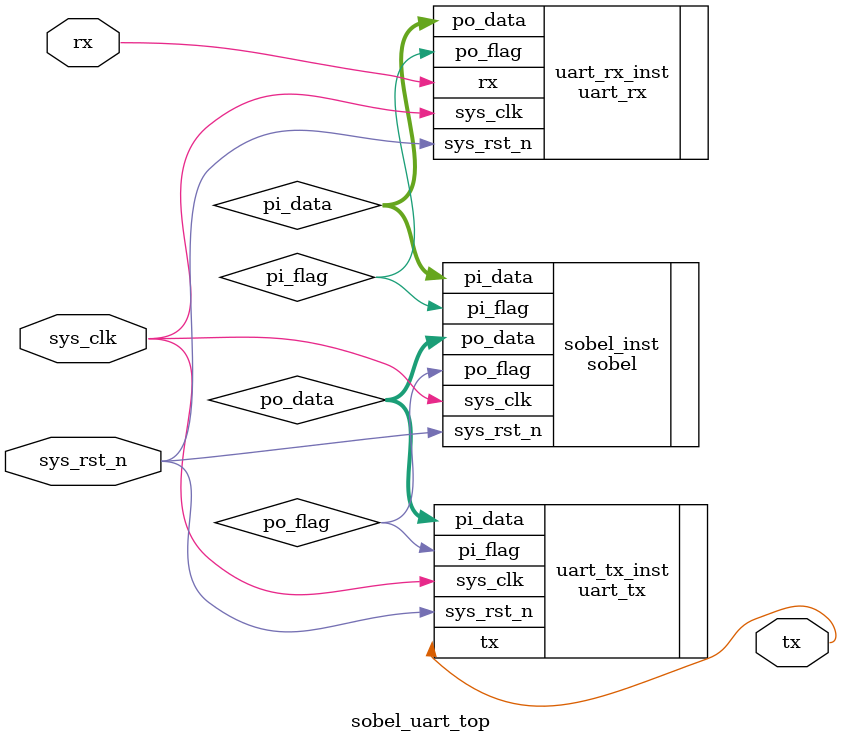
<source format=v>
module sobel_uart_top (
	input		wire			sys_clk			,
	input 		wire	 		sys_rst_n		,
	input		wire    		rx				,

	output 		wire         	tx	
);

wire     	 	 pi_flag;
wire	[7:0]	 pi_data;
wire             po_flag;
wire    [7:0]    po_data;



uart_rx uart_rx_inst
(
.sys_clk   (sys_clk 	)   , //系统时钟50MHz
.sys_rst_n (sys_rst_n   )     , //全局复位
.rx  	   (rx 			)		, //串口接收数据
.po_data   (pi_data 	)	, //串转并后的数据
.po_flag   (pi_flag 	)	  //串转并后的数据有效标志信号
);    

sobel sobel_inst
(
.sys_clk (sys_clk), //输入系统时钟,频率50MHz
.sys_rst_n (sys_rst_n ), //复位信号,低有效
.pi_data (pi_data ), //rx 传入的数据信号
.pi_flag (pi_flag ), //rx 传入的标志信号
.po_data (po_data ), //fifo 加法运算后的信号
.po_flag (po_flag ) //输出标志信号
);

 uart_tx uart_tx_inst
(
.sys_clk (sys_clk ), //系统时钟50MHz
.sys_rst_n (sys_rst_n ), //全局复位
.pi_data (po_data ), //并行数据
.pi_flag (po_flag ), //并行数据有效标志信号
.tx (tx ) //串口发送数据
);  
endmodule
</source>
